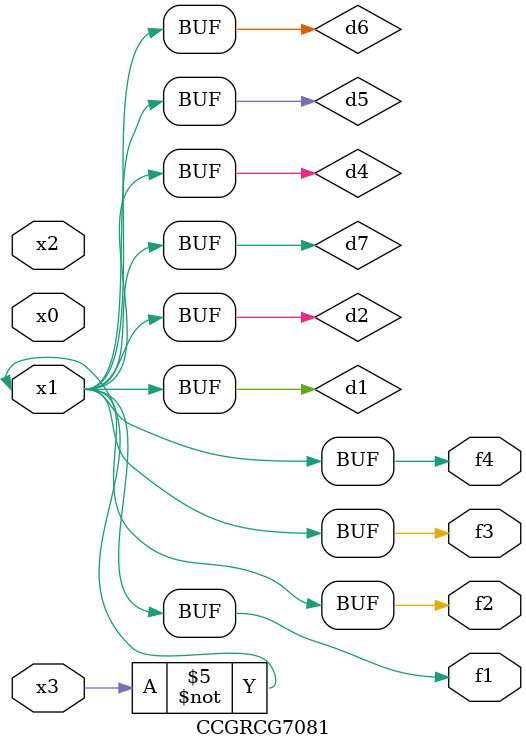
<source format=v>
module CCGRCG7081(
	input x0, x1, x2, x3,
	output f1, f2, f3, f4
);

	wire d1, d2, d3, d4, d5, d6, d7;

	not (d1, x3);
	buf (d2, x1);
	xnor (d3, d1, d2);
	nor (d4, d1);
	buf (d5, d1, d2);
	buf (d6, d4, d5);
	nand (d7, d4);
	assign f1 = d6;
	assign f2 = d7;
	assign f3 = d6;
	assign f4 = d6;
endmodule

</source>
